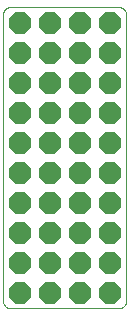
<source format=gbs>
G75*
%MOIN*%
%OFA0B0*%
%FSLAX25Y25*%
%IPPOS*%
%LPD*%
%AMOC8*
5,1,8,0,0,1.08239X$1,22.5*
%
%ADD10C,0.00000*%
%ADD11OC8,0.07400*%
D10*
X0003756Y0028933D02*
X0039756Y0028933D01*
X0039854Y0028935D01*
X0039952Y0028941D01*
X0040050Y0028950D01*
X0040147Y0028964D01*
X0040244Y0028981D01*
X0040340Y0029002D01*
X0040435Y0029027D01*
X0040529Y0029055D01*
X0040621Y0029088D01*
X0040713Y0029123D01*
X0040803Y0029163D01*
X0040891Y0029205D01*
X0040978Y0029252D01*
X0041062Y0029301D01*
X0041145Y0029354D01*
X0041225Y0029410D01*
X0041304Y0029470D01*
X0041380Y0029532D01*
X0041453Y0029597D01*
X0041524Y0029665D01*
X0041592Y0029736D01*
X0041657Y0029809D01*
X0041719Y0029885D01*
X0041779Y0029964D01*
X0041835Y0030044D01*
X0041888Y0030127D01*
X0041937Y0030211D01*
X0041984Y0030298D01*
X0042026Y0030386D01*
X0042066Y0030476D01*
X0042101Y0030568D01*
X0042134Y0030660D01*
X0042162Y0030754D01*
X0042187Y0030849D01*
X0042208Y0030945D01*
X0042225Y0031042D01*
X0042239Y0031139D01*
X0042248Y0031237D01*
X0042254Y0031335D01*
X0042256Y0031433D01*
X0042256Y0126884D01*
X0042254Y0126984D01*
X0042248Y0127084D01*
X0042238Y0127184D01*
X0042225Y0127283D01*
X0042207Y0127381D01*
X0042186Y0127479D01*
X0042160Y0127576D01*
X0042131Y0127672D01*
X0042098Y0127767D01*
X0042062Y0127860D01*
X0042022Y0127952D01*
X0041978Y0128042D01*
X0041931Y0128130D01*
X0041880Y0128216D01*
X0041826Y0128301D01*
X0041769Y0128383D01*
X0041709Y0128463D01*
X0041645Y0128540D01*
X0041579Y0128615D01*
X0041509Y0128687D01*
X0041437Y0128757D01*
X0041362Y0128823D01*
X0041285Y0128887D01*
X0041205Y0128947D01*
X0041123Y0129004D01*
X0041038Y0129058D01*
X0040952Y0129109D01*
X0040864Y0129156D01*
X0040774Y0129200D01*
X0040682Y0129240D01*
X0040589Y0129276D01*
X0040494Y0129309D01*
X0040398Y0129338D01*
X0040301Y0129364D01*
X0040203Y0129385D01*
X0040105Y0129403D01*
X0040006Y0129416D01*
X0039906Y0129426D01*
X0039806Y0129432D01*
X0039706Y0129434D01*
X0039706Y0129433D02*
X0003805Y0129433D01*
X0003805Y0129434D02*
X0003705Y0129432D01*
X0003605Y0129426D01*
X0003505Y0129416D01*
X0003406Y0129403D01*
X0003308Y0129385D01*
X0003210Y0129364D01*
X0003113Y0129338D01*
X0003017Y0129309D01*
X0002922Y0129276D01*
X0002829Y0129240D01*
X0002737Y0129200D01*
X0002647Y0129156D01*
X0002559Y0129109D01*
X0002473Y0129058D01*
X0002388Y0129004D01*
X0002306Y0128947D01*
X0002226Y0128887D01*
X0002149Y0128823D01*
X0002074Y0128757D01*
X0002002Y0128687D01*
X0001932Y0128615D01*
X0001866Y0128540D01*
X0001802Y0128463D01*
X0001742Y0128383D01*
X0001685Y0128301D01*
X0001631Y0128216D01*
X0001580Y0128130D01*
X0001533Y0128042D01*
X0001489Y0127952D01*
X0001449Y0127860D01*
X0001413Y0127767D01*
X0001380Y0127672D01*
X0001351Y0127576D01*
X0001325Y0127479D01*
X0001304Y0127381D01*
X0001286Y0127283D01*
X0001273Y0127184D01*
X0001263Y0127084D01*
X0001257Y0126984D01*
X0001255Y0126884D01*
X0001256Y0126884D02*
X0001256Y0031433D01*
X0001258Y0031335D01*
X0001264Y0031237D01*
X0001273Y0031139D01*
X0001287Y0031042D01*
X0001304Y0030945D01*
X0001325Y0030849D01*
X0001350Y0030754D01*
X0001378Y0030660D01*
X0001411Y0030568D01*
X0001446Y0030476D01*
X0001486Y0030386D01*
X0001528Y0030298D01*
X0001575Y0030211D01*
X0001624Y0030127D01*
X0001677Y0030044D01*
X0001733Y0029964D01*
X0001793Y0029885D01*
X0001855Y0029809D01*
X0001920Y0029736D01*
X0001988Y0029665D01*
X0002059Y0029597D01*
X0002132Y0029532D01*
X0002208Y0029470D01*
X0002287Y0029410D01*
X0002367Y0029354D01*
X0002450Y0029301D01*
X0002534Y0029252D01*
X0002621Y0029205D01*
X0002709Y0029163D01*
X0002799Y0029123D01*
X0002891Y0029088D01*
X0002983Y0029055D01*
X0003077Y0029027D01*
X0003172Y0029002D01*
X0003268Y0028981D01*
X0003365Y0028964D01*
X0003462Y0028950D01*
X0003560Y0028941D01*
X0003658Y0028935D01*
X0003756Y0028933D01*
D11*
X0006756Y0034183D03*
X0006756Y0044183D03*
X0006756Y0054183D03*
X0006756Y0064183D03*
X0006756Y0074183D03*
X0006756Y0084183D03*
X0006756Y0094183D03*
X0006756Y0104183D03*
X0006756Y0114183D03*
X0006756Y0124183D03*
X0016756Y0124183D03*
X0016756Y0114183D03*
X0016756Y0104183D03*
X0016756Y0094183D03*
X0016756Y0084183D03*
X0016756Y0074183D03*
X0016756Y0064183D03*
X0016756Y0054183D03*
X0016756Y0044183D03*
X0016756Y0034183D03*
X0026756Y0034183D03*
X0026756Y0044183D03*
X0026756Y0054183D03*
X0026756Y0064183D03*
X0026756Y0074183D03*
X0026756Y0084183D03*
X0026756Y0094183D03*
X0026756Y0104183D03*
X0026756Y0114183D03*
X0026756Y0124183D03*
X0036756Y0124183D03*
X0036756Y0114183D03*
X0036756Y0104183D03*
X0036756Y0094183D03*
X0036756Y0084183D03*
X0036756Y0074183D03*
X0036756Y0064183D03*
X0036756Y0054183D03*
X0036756Y0044183D03*
X0036756Y0034183D03*
M02*

</source>
